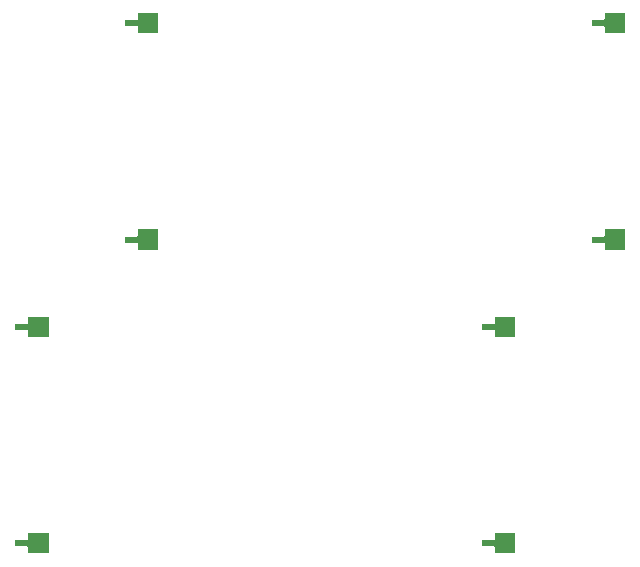
<source format=gbr>
%TF.GenerationSoftware,Altium Limited,Altium Designer,24.10.1 (45)*%
G04 Layer_Color=8421504*
%FSLAX45Y45*%
%MOMM*%
%TF.SameCoordinates,71300DE5-865C-4B8C-8C77-BDD09283FDBC*%
%TF.FilePolarity,Positive*%
%TF.FileFunction,Paste,Top*%
%TF.Part,Single*%
G01*
G75*
G36*
X407460Y825600D02*
X408160D01*
X408860Y825700D01*
X409460Y825800D01*
X410160Y825900D01*
X410860Y826000D01*
X411460Y826200D01*
X412160Y826500D01*
X412760Y826700D01*
X413360Y827000D01*
X413960Y827300D01*
X414560Y827700D01*
X415060Y828100D01*
X415660Y828500D01*
X416160Y828900D01*
X416660Y829400D01*
X417160Y829900D01*
X417560Y830400D01*
X417960Y831000D01*
X418360Y831500D01*
X418760Y832100D01*
X419060Y832700D01*
X419360Y833300D01*
X419560Y833900D01*
X419860Y834600D01*
X420060Y835200D01*
X420160Y835900D01*
X420260Y836600D01*
X420360Y837200D01*
X420460Y837900D01*
Y885100D01*
X590460D01*
Y715100D01*
X420460D01*
Y762300D01*
X420360Y763000D01*
X420260Y763600D01*
X420160Y764300D01*
X420060Y765000D01*
X419860Y765600D01*
X419560Y766300D01*
X419360Y766900D01*
X419060Y767500D01*
X418760Y768100D01*
X418360Y768700D01*
X417960Y769200D01*
X417560Y769800D01*
X417160Y770300D01*
X416660Y770800D01*
X416160Y771300D01*
X415660Y771700D01*
X415060Y772100D01*
X414560Y772500D01*
X413960Y772900D01*
X413360Y773200D01*
X412760Y773500D01*
X412160Y773700D01*
X411460Y774000D01*
X410860Y774200D01*
X410160Y774300D01*
X409460Y774400D01*
X408860Y774500D01*
X408160Y774600D01*
X407460D01*
X308460D01*
Y825600D01*
X407460D01*
D02*
G37*
G36*
Y2659480D02*
X408160D01*
X408860Y2659580D01*
X409460Y2659680D01*
X410160Y2659780D01*
X410860Y2659880D01*
X411460Y2660080D01*
X412160Y2660380D01*
X412760Y2660580D01*
X413360Y2660880D01*
X413960Y2661180D01*
X414560Y2661580D01*
X415060Y2661980D01*
X415660Y2662380D01*
X416160Y2662780D01*
X416660Y2663280D01*
X417160Y2663780D01*
X417560Y2664280D01*
X417960Y2664880D01*
X418360Y2665380D01*
X418760Y2665980D01*
X419060Y2666580D01*
X419360Y2667180D01*
X419560Y2667780D01*
X419860Y2668480D01*
X420060Y2669080D01*
X420160Y2669780D01*
X420260Y2670480D01*
X420360Y2671080D01*
X420460Y2671780D01*
Y2718980D01*
X590460D01*
Y2548980D01*
X420460D01*
Y2596180D01*
X420360Y2596880D01*
X420260Y2597480D01*
X420160Y2598180D01*
X420060Y2598880D01*
X419860Y2599480D01*
X419560Y2600180D01*
X419360Y2600780D01*
X419060Y2601380D01*
X418760Y2601980D01*
X418360Y2602580D01*
X417960Y2603080D01*
X417560Y2603680D01*
X417160Y2604180D01*
X416660Y2604680D01*
X416160Y2605180D01*
X415660Y2605580D01*
X415060Y2605980D01*
X414560Y2606380D01*
X413960Y2606780D01*
X413360Y2607080D01*
X412760Y2607380D01*
X412160Y2607580D01*
X411460Y2607880D01*
X410860Y2608080D01*
X410160Y2608180D01*
X409460Y2608280D01*
X408860Y2608380D01*
X408160Y2608480D01*
X407460D01*
X308460D01*
Y2659480D01*
X407460D01*
D02*
G37*
G36*
X1334560Y3398620D02*
X1335260D01*
X1335960Y3398720D01*
X1336560Y3398820D01*
X1337260Y3398920D01*
X1337960Y3399020D01*
X1338560Y3399220D01*
X1339260Y3399520D01*
X1339860Y3399720D01*
X1340460Y3400020D01*
X1341060Y3400320D01*
X1341660Y3400720D01*
X1342160Y3401120D01*
X1342760Y3401520D01*
X1343260Y3401920D01*
X1343760Y3402420D01*
X1344260Y3402920D01*
X1344660Y3403420D01*
X1345060Y3404020D01*
X1345460Y3404520D01*
X1345860Y3405120D01*
X1346160Y3405720D01*
X1346460Y3406320D01*
X1346660Y3406920D01*
X1346960Y3407620D01*
X1347160Y3408220D01*
X1347260Y3408920D01*
X1347360Y3409620D01*
X1347460Y3410220D01*
X1347560Y3410920D01*
Y3458120D01*
X1517560D01*
Y3288120D01*
X1347560D01*
Y3335320D01*
X1347460Y3336020D01*
X1347360Y3336620D01*
X1347260Y3337320D01*
X1347160Y3338020D01*
X1346960Y3338620D01*
X1346660Y3339320D01*
X1346460Y3339920D01*
X1346160Y3340520D01*
X1345860Y3341120D01*
X1345460Y3341720D01*
X1345060Y3342220D01*
X1344660Y3342820D01*
X1344260Y3343320D01*
X1343760Y3343820D01*
X1343260Y3344320D01*
X1342760Y3344720D01*
X1342160Y3345120D01*
X1341660Y3345520D01*
X1341060Y3345920D01*
X1340460Y3346220D01*
X1339860Y3346520D01*
X1339260Y3346720D01*
X1338560Y3347020D01*
X1337960Y3347220D01*
X1337260Y3347320D01*
X1336560Y3347420D01*
X1335960Y3347520D01*
X1335260Y3347620D01*
X1334560D01*
X1235560D01*
Y3398620D01*
X1334560D01*
D02*
G37*
G36*
Y5232500D02*
X1335260D01*
X1335960Y5232600D01*
X1336560Y5232700D01*
X1337260Y5232800D01*
X1337960Y5232900D01*
X1338560Y5233100D01*
X1339260Y5233400D01*
X1339860Y5233600D01*
X1340460Y5233900D01*
X1341060Y5234200D01*
X1341660Y5234600D01*
X1342160Y5235000D01*
X1342760Y5235400D01*
X1343260Y5235800D01*
X1343760Y5236300D01*
X1344260Y5236800D01*
X1344660Y5237300D01*
X1345060Y5237900D01*
X1345460Y5238400D01*
X1345860Y5239000D01*
X1346160Y5239600D01*
X1346460Y5240200D01*
X1346660Y5240800D01*
X1346960Y5241500D01*
X1347160Y5242100D01*
X1347260Y5242800D01*
X1347360Y5243500D01*
X1347460Y5244100D01*
X1347560Y5244800D01*
Y5292000D01*
X1517560D01*
Y5122000D01*
X1347560D01*
Y5169200D01*
X1347460Y5169900D01*
X1347360Y5170500D01*
X1347260Y5171200D01*
X1347160Y5171900D01*
X1346960Y5172500D01*
X1346660Y5173200D01*
X1346460Y5173800D01*
X1346160Y5174400D01*
X1345860Y5175000D01*
X1345460Y5175600D01*
X1345060Y5176100D01*
X1344660Y5176700D01*
X1344260Y5177200D01*
X1343760Y5177700D01*
X1343260Y5178200D01*
X1342760Y5178600D01*
X1342160Y5179000D01*
X1341660Y5179400D01*
X1341060Y5179800D01*
X1340460Y5180100D01*
X1339860Y5180400D01*
X1339260Y5180600D01*
X1338560Y5180900D01*
X1337960Y5181100D01*
X1337260Y5181200D01*
X1336560Y5181300D01*
X1335960Y5181400D01*
X1335260Y5181500D01*
X1334560D01*
X1235560D01*
Y5232500D01*
X1334560D01*
D02*
G37*
G36*
X4359700Y825600D02*
X4360400D01*
X4361100Y825700D01*
X4361700Y825800D01*
X4362400Y825900D01*
X4363100Y826000D01*
X4363700Y826200D01*
X4364400Y826500D01*
X4365000Y826700D01*
X4365600Y827000D01*
X4366200Y827300D01*
X4366800Y827700D01*
X4367300Y828100D01*
X4367900Y828500D01*
X4368400Y828900D01*
X4368900Y829400D01*
X4369400Y829900D01*
X4369800Y830400D01*
X4370200Y831000D01*
X4370600Y831500D01*
X4371000Y832100D01*
X4371300Y832700D01*
X4371600Y833300D01*
X4371800Y833900D01*
X4372100Y834600D01*
X4372300Y835200D01*
X4372400Y835900D01*
X4372500Y836600D01*
X4372600Y837200D01*
X4372700Y837900D01*
Y885100D01*
X4542700D01*
Y715100D01*
X4372700D01*
Y762300D01*
X4372600Y763000D01*
X4372500Y763600D01*
X4372400Y764300D01*
X4372300Y765000D01*
X4372100Y765600D01*
X4371800Y766300D01*
X4371600Y766900D01*
X4371300Y767500D01*
X4371000Y768100D01*
X4370600Y768700D01*
X4370200Y769200D01*
X4369800Y769800D01*
X4369400Y770300D01*
X4368900Y770800D01*
X4368400Y771300D01*
X4367900Y771700D01*
X4367300Y772100D01*
X4366800Y772500D01*
X4366200Y772900D01*
X4365600Y773200D01*
X4365000Y773500D01*
X4364400Y773700D01*
X4363700Y774000D01*
X4363100Y774200D01*
X4362400Y774300D01*
X4361700Y774400D01*
X4361100Y774500D01*
X4360400Y774600D01*
X4359700D01*
X4260700D01*
Y825600D01*
X4359700D01*
D02*
G37*
G36*
Y2659480D02*
X4360400D01*
X4361100Y2659580D01*
X4361700Y2659680D01*
X4362400Y2659780D01*
X4363100Y2659880D01*
X4363700Y2660080D01*
X4364400Y2660380D01*
X4365000Y2660580D01*
X4365600Y2660880D01*
X4366200Y2661180D01*
X4366800Y2661580D01*
X4367300Y2661980D01*
X4367900Y2662380D01*
X4368400Y2662780D01*
X4368900Y2663280D01*
X4369400Y2663780D01*
X4369800Y2664280D01*
X4370200Y2664880D01*
X4370600Y2665380D01*
X4371000Y2665980D01*
X4371300Y2666580D01*
X4371600Y2667180D01*
X4371800Y2667780D01*
X4372100Y2668480D01*
X4372300Y2669080D01*
X4372400Y2669780D01*
X4372500Y2670480D01*
X4372600Y2671080D01*
X4372700Y2671780D01*
Y2718980D01*
X4542700D01*
Y2548980D01*
X4372700D01*
Y2596180D01*
X4372600Y2596880D01*
X4372500Y2597480D01*
X4372400Y2598180D01*
X4372300Y2598880D01*
X4372100Y2599480D01*
X4371800Y2600180D01*
X4371600Y2600780D01*
X4371300Y2601380D01*
X4371000Y2601980D01*
X4370600Y2602580D01*
X4370200Y2603080D01*
X4369800Y2603680D01*
X4369400Y2604180D01*
X4368900Y2604680D01*
X4368400Y2605180D01*
X4367900Y2605580D01*
X4367300Y2605980D01*
X4366800Y2606380D01*
X4366200Y2606780D01*
X4365600Y2607080D01*
X4365000Y2607380D01*
X4364400Y2607580D01*
X4363700Y2607880D01*
X4363100Y2608080D01*
X4362400Y2608180D01*
X4361700Y2608280D01*
X4361100Y2608380D01*
X4360400Y2608480D01*
X4359700D01*
X4260700D01*
Y2659480D01*
X4359700D01*
D02*
G37*
G36*
X5286800Y3398620D02*
X5287500D01*
X5288200Y3398720D01*
X5288800Y3398820D01*
X5289500Y3398920D01*
X5290200Y3399020D01*
X5290800Y3399220D01*
X5291500Y3399520D01*
X5292100Y3399720D01*
X5292700Y3400020D01*
X5293300Y3400320D01*
X5293900Y3400720D01*
X5294400Y3401120D01*
X5295000Y3401520D01*
X5295500Y3401920D01*
X5296000Y3402420D01*
X5296500Y3402920D01*
X5296900Y3403420D01*
X5297300Y3404020D01*
X5297700Y3404520D01*
X5298100Y3405120D01*
X5298400Y3405720D01*
X5298700Y3406320D01*
X5298900Y3406920D01*
X5299200Y3407620D01*
X5299400Y3408220D01*
X5299500Y3408920D01*
X5299600Y3409620D01*
X5299700Y3410220D01*
X5299800Y3410920D01*
Y3458120D01*
X5469800D01*
Y3288120D01*
X5299800D01*
Y3335320D01*
X5299700Y3336020D01*
X5299600Y3336620D01*
X5299500Y3337320D01*
X5299400Y3338020D01*
X5299200Y3338620D01*
X5298900Y3339320D01*
X5298700Y3339920D01*
X5298400Y3340520D01*
X5298100Y3341120D01*
X5297700Y3341720D01*
X5297300Y3342220D01*
X5296900Y3342820D01*
X5296500Y3343320D01*
X5296000Y3343820D01*
X5295500Y3344320D01*
X5295000Y3344720D01*
X5294400Y3345120D01*
X5293900Y3345520D01*
X5293300Y3345920D01*
X5292700Y3346220D01*
X5292100Y3346520D01*
X5291500Y3346720D01*
X5290800Y3347020D01*
X5290200Y3347220D01*
X5289500Y3347320D01*
X5288800Y3347420D01*
X5288200Y3347520D01*
X5287500Y3347620D01*
X5286800D01*
X5187800D01*
Y3398620D01*
X5286800D01*
D02*
G37*
G36*
Y5232500D02*
X5287500D01*
X5288200Y5232600D01*
X5288800Y5232700D01*
X5289500Y5232800D01*
X5290200Y5232900D01*
X5290800Y5233100D01*
X5291500Y5233400D01*
X5292100Y5233600D01*
X5292700Y5233900D01*
X5293300Y5234200D01*
X5293900Y5234600D01*
X5294400Y5235000D01*
X5295000Y5235400D01*
X5295500Y5235800D01*
X5296000Y5236300D01*
X5296500Y5236800D01*
X5296900Y5237300D01*
X5297300Y5237900D01*
X5297700Y5238400D01*
X5298100Y5239000D01*
X5298400Y5239600D01*
X5298700Y5240200D01*
X5298900Y5240800D01*
X5299200Y5241500D01*
X5299400Y5242100D01*
X5299500Y5242800D01*
X5299600Y5243500D01*
X5299700Y5244100D01*
X5299800Y5244800D01*
Y5292000D01*
X5469800D01*
Y5122000D01*
X5299800D01*
Y5169200D01*
X5299700Y5169900D01*
X5299600Y5170500D01*
X5299500Y5171200D01*
X5299400Y5171900D01*
X5299200Y5172500D01*
X5298900Y5173200D01*
X5298700Y5173800D01*
X5298400Y5174400D01*
X5298100Y5175000D01*
X5297700Y5175600D01*
X5297300Y5176100D01*
X5296900Y5176700D01*
X5296500Y5177200D01*
X5296000Y5177700D01*
X5295500Y5178200D01*
X5295000Y5178600D01*
X5294400Y5179000D01*
X5293900Y5179400D01*
X5293300Y5179800D01*
X5292700Y5180100D01*
X5292100Y5180400D01*
X5291500Y5180600D01*
X5290800Y5180900D01*
X5290200Y5181100D01*
X5289500Y5181200D01*
X5288800Y5181300D01*
X5288200Y5181400D01*
X5287500Y5181500D01*
X5286800D01*
X5187800D01*
Y5232500D01*
X5286800D01*
D02*
G37*
%TF.MD5,957bb02f1aae4822f8d761d7f2a0cc14*%
M02*

</source>
